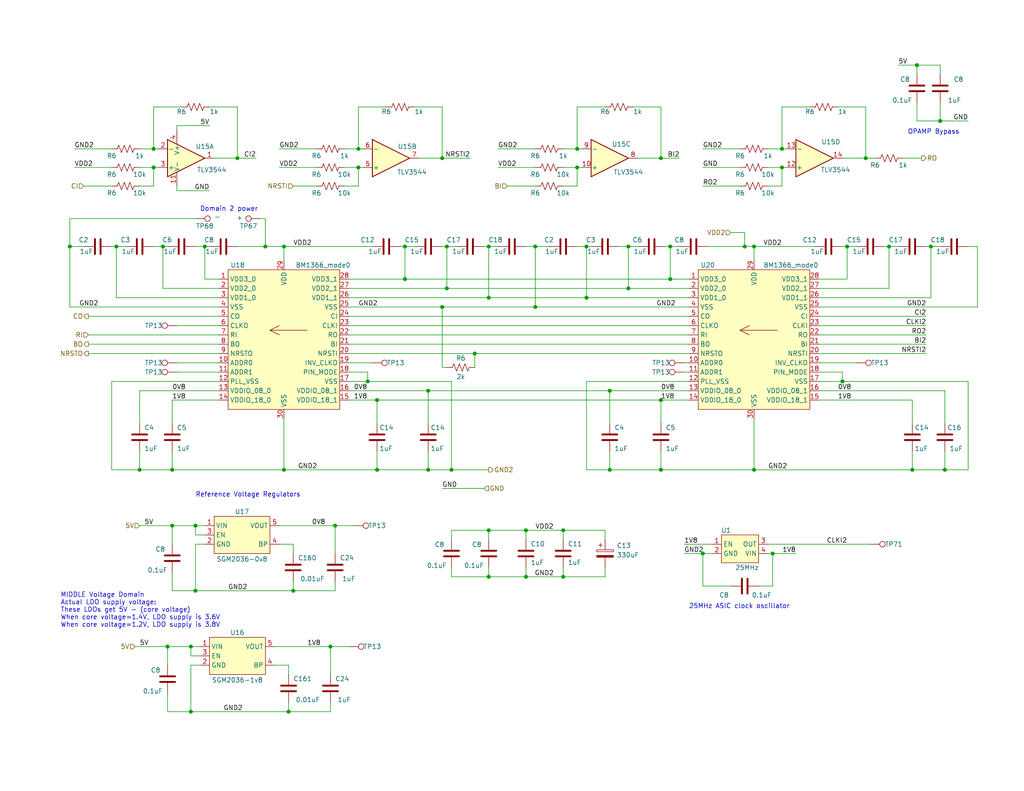
<source format=kicad_sch>
(kicad_sch (version 20231120) (generator "eeschema") (generator_version "8.0")
  (paper "A")
  (title_block (title "bitaxeHex") (date "2024-03-09") (rev "304"))
  (junction (at 41.91 45.72))
  (junction (at 52.07 176.53))
  (junction (at 91.44 143.51))
  (junction (at 153.67 157.48))
  (junction (at 203.2 67.31))
  (junction (at 157.48 40.64))
  (junction (at 213.36 45.72))
  (junction (at 80.01 161.29))
  (junction (at 100.33 104.14))
  (junction (at 46.99 143.51))
  (junction (at 146.05 67.31))
  (junction (at 143.51 157.48) (diameter 0.9144))
  (junction (at 53.34 143.51))
  (junction (at 120.65 83.82))
  (junction (at 41.91 40.64))
  (junction (at 90.17 176.53))
  (junction (at 129.54 96.52))
  (junction (at 123.19 128.27))
  (junction (at 55.88 67.31))
  (junction (at 133.35 157.48) (diameter 0.9144))
  (junction (at 231.14 67.31))
  (junction (at 254 67.31))
  (junction (at 248.92 128.27))
  (junction (at 229.87 104.14))
  (junction (at 171.45 78.74))
  (junction (at 19.05 67.31))
  (junction (at 77.47 67.31))
  (junction (at 133.35 81.28))
  (junction (at 180.34 43.18))
  (junction (at 121.92 78.74))
  (junction (at 180.34 128.27))
  (junction (at 46.99 128.27))
  (junction (at 153.67 144.78))
  (junction (at 146.05 83.82))
  (junction (at 45.72 176.53))
  (junction (at 53.34 161.29))
  (junction (at 116.84 106.68))
  (junction (at 72.39 67.31))
  (junction (at 160.02 81.28))
  (junction (at 102.87 128.27))
  (junction (at 31.75 67.31))
  (junction (at 256.54 33.02))
  (junction (at 38.1 128.27))
  (junction (at 182.88 67.31))
  (junction (at 78.74 194.31))
  (junction (at 160.02 67.31))
  (junction (at 236.22 43.18))
  (junction (at 44.45 67.31))
  (junction (at 166.37 106.68))
  (junction (at 64.77 43.18))
  (junction (at 97.79 45.72))
  (junction (at 97.79 40.64))
  (junction (at 102.87 109.22))
  (junction (at 116.84 128.27))
  (junction (at 213.36 40.64))
  (junction (at 205.74 128.27))
  (junction (at 110.49 76.2))
  (junction (at 250.19 17.78))
  (junction (at 242.57 67.31))
  (junction (at 120.65 43.18))
  (junction (at 257.81 128.27))
  (junction (at 52.07 194.31))
  (junction (at 191.77 151.13))
  (junction (at 77.47 128.27))
  (junction (at 205.74 67.31))
  (junction (at 171.45 67.31))
  (junction (at 210.82 151.13))
  (junction (at 110.49 67.31))
  (junction (at 133.35 67.31))
  (junction (at 166.37 128.27))
  (junction (at 180.34 109.22))
  (junction (at 133.35 144.78) (diameter 0.9144))
  (junction (at 157.48 45.72))
  (junction (at 121.92 67.31))
  (junction (at 182.88 76.2))
  (junction (at 143.51 144.78) (diameter 0.9144))
  (wire (pts (xy 186.69 99.06) (xy 187.96 99.06)))
  (wire (pts (xy 97.79 50.8) (xy 97.79 45.72)))
  (wire (pts (xy 171.45 78.74) (xy 171.45 67.31)))
  (wire (pts (xy 223.52 101.6) (xy 229.87 101.6)))
  (wire (pts (xy 223.52 81.28) (xy 254 81.28)))
  (wire (pts (xy 41.91 67.31) (xy 44.45 67.31)))
  (wire (pts (xy 213.36 29.21) (xy 220.98 29.21)))
  (wire (pts (xy 146.05 83.82) (xy 187.96 83.82)))
  (wire (pts (xy 95.25 86.36) (xy 187.96 86.36)))
  (wire (pts (xy 41.91 40.64) (xy 43.18 40.64)))
  (wire (pts (xy 186.69 148.59) (xy 194.31 148.59)))
  (wire (pts (xy 120.65 29.21) (xy 120.65 43.18)))
  (wire (pts (xy 129.54 96.52) (xy 129.54 100.33)))
  (wire (pts (xy 91.44 143.51) (xy 91.44 151.13)))
  (wire (pts (xy 246.38 43.18) (xy 251.46 43.18)))
  (wire (pts (xy 53.34 161.29) (xy 80.01 161.29)))
  (wire (pts (xy 213.36 40.64) (xy 214.63 40.64)))
  (wire (pts (xy 160.02 104.14) (xy 160.02 128.27)))
  (wire (pts (xy 121.92 78.74) (xy 121.92 67.31)))
  (wire (pts (xy 52.07 194.31) (xy 78.74 194.31)))
  (wire (pts (xy 102.87 109.22) (xy 180.34 109.22)))
  (wire (pts (xy 171.45 78.74) (xy 187.96 78.74)))
  (wire (pts (xy 30.48 128.27) (xy 38.1 128.27)))
  (wire (pts (xy 223.52 99.06) (xy 233.68 99.06)))
  (wire (pts (xy 207.01 160.02) (xy 210.82 160.02)))
  (wire (pts (xy 231.14 76.2) (xy 231.14 67.31)))
  (wire (pts (xy 97.79 29.21) (xy 105.41 29.21)))
  (wire (pts (xy 133.35 154.94) (xy 133.35 157.48)))
  (wire (pts (xy 110.49 76.2) (xy 182.88 76.2)))
  (wire (pts (xy 133.35 144.78) (xy 143.51 144.78)))
  (wire (pts (xy 116.84 128.27) (xy 123.19 128.27)))
  (wire (pts (xy 205.74 128.27) (xy 248.92 128.27)))
  (wire (pts (xy 213.36 29.21) (xy 213.36 40.64)))
  (wire (pts (xy 146.05 67.31) (xy 149.86 67.31)))
  (wire (pts (xy 54.61 181.61) (xy 52.07 181.61)))
  (wire (pts (xy 44.45 78.74) (xy 59.69 78.74)))
  (wire (pts (xy 31.75 81.28) (xy 31.75 67.31)))
  (wire (pts (xy 181.61 67.31) (xy 182.88 67.31)))
  (wire (pts (xy 135.89 45.72) (xy 146.05 45.72)))
  (wire (pts (xy 48.26 50.8) (xy 48.26 52.07)))
  (wire (pts (xy 123.19 147.32) (xy 123.19 144.78)))
  (wire (pts (xy 186.69 101.6) (xy 187.96 101.6)))
  (wire (pts (xy 186.69 151.13) (xy 191.77 151.13)))
  (wire (pts (xy 223.52 109.22) (xy 248.92 109.22)))
  (wire (pts (xy 223.52 78.74) (xy 242.57 78.74)))
  (wire (pts (xy 97.79 45.72) (xy 99.06 45.72)))
  (wire (pts (xy 182.88 76.2) (xy 187.96 76.2)))
  (wire (pts (xy 256.54 33.02) (xy 264.16 33.02)))
  (wire (pts (xy 64.77 29.21) (xy 64.77 43.18)))
  (wire (pts (xy 223.52 104.14) (xy 229.87 104.14)))
  (wire (pts (xy 250.19 33.02) (xy 256.54 33.02)))
  (wire (pts (xy 157.48 40.64) (xy 158.75 40.64)))
  (wire (pts (xy 133.35 157.48) (xy 123.19 157.48)))
  (wire (pts (xy 90.17 176.53) (xy 90.17 184.15)))
  (wire (pts (xy 52.07 179.07) (xy 52.07 176.53)))
  (wire (pts (xy 123.19 128.27) (xy 133.35 128.27)))
  (wire (pts (xy 168.91 67.31) (xy 171.45 67.31)))
  (wire (pts (xy 157.48 67.31) (xy 160.02 67.31)))
  (wire (pts (xy 222.25 67.31) (xy 205.74 67.31)))
  (wire (pts (xy 91.44 158.75) (xy 91.44 161.29)))
  (wire (pts (xy 123.19 154.94) (xy 123.19 157.48)))
  (wire (pts (xy 59.69 83.82) (xy 19.05 83.82)))
  (wire (pts (xy 38.1 106.68) (xy 38.1 115.57)))
  (wire (pts (xy 41.91 50.8) (xy 41.91 45.72)))
  (wire (pts (xy 123.19 104.14) (xy 123.19 128.27)))
  (wire (pts (xy 209.55 45.72) (xy 213.36 45.72)))
  (wire (pts (xy 250.19 17.78) (xy 256.54 17.78)))
  (wire (pts (xy 55.88 76.2) (xy 59.69 76.2)))
  (wire (pts (xy 133.35 147.32) (xy 133.35 144.78)))
  (wire (pts (xy 80.01 161.29) (xy 80.01 158.75)))
  (wire (pts (xy 205.74 67.31) (xy 205.74 71.12)))
  (wire (pts (xy 143.51 144.78) (xy 153.67 144.78)))
  (wire (pts (xy 77.47 67.31) (xy 77.47 71.12)))
  (wire (pts (xy 191.77 151.13) (xy 194.31 151.13)))
  (wire (pts (xy 95.25 88.9) (xy 187.96 88.9)))
  (wire (pts (xy 180.34 123.19) (xy 180.34 128.27)))
  (wire (pts (xy 223.52 88.9) (xy 252.73 88.9)))
  (wire (pts (xy 54.61 179.07) (xy 52.07 179.07)))
  (wire (pts (xy 53.34 143.51) (xy 55.88 143.51)))
  (wire (pts (xy 254 67.31) (xy 256.54 67.31)))
  (wire (pts (xy 153.67 147.32) (xy 153.67 144.78)))
  (wire (pts (xy 95.25 91.44) (xy 187.96 91.44)))
  (wire (pts (xy 19.05 67.31) (xy 22.86 67.31)))
  (wire (pts (xy 256.54 27.94) (xy 256.54 33.02)))
  (wire (pts (xy 95.25 104.14) (xy 100.33 104.14)))
  (wire (pts (xy 101.6 67.31) (xy 77.47 67.31)))
  (wire (pts (xy 133.35 81.28) (xy 160.02 81.28)))
  (wire (pts (xy 41.91 45.72) (xy 43.18 45.72)))
  (wire (pts (xy 210.82 151.13) (xy 217.17 151.13)))
  (wire (pts (xy 165.1 154.94) (xy 165.1 157.48)))
  (wire (pts (xy 146.05 83.82) (xy 146.05 67.31)))
  (wire (pts (xy 38.1 106.68) (xy 59.69 106.68)))
  (wire (pts (xy 46.99 143.51) (xy 53.34 143.51)))
  (wire (pts (xy 38.1 143.51) (xy 46.99 143.51)))
  (wire (pts (xy 138.43 50.8) (xy 146.05 50.8)))
  (wire (pts (xy 31.75 67.31) (xy 34.29 67.31)))
  (wire (pts (xy 38.1 128.27) (xy 46.99 128.27)))
  (wire (pts (xy 191.77 40.64) (xy 201.93 40.64)))
  (wire (pts (xy 53.34 67.31) (xy 55.88 67.31)))
  (wire (pts (xy 199.39 160.02) (xy 191.77 160.02)))
  (wire (pts (xy 109.22 67.31) (xy 110.49 67.31)))
  (wire (pts (xy 242.57 78.74) (xy 242.57 67.31)))
  (wire (pts (xy 120.65 43.18) (xy 114.3 43.18)))
  (wire (pts (xy 191.77 45.72) (xy 201.93 45.72)))
  (wire (pts (xy 116.84 106.68) (xy 116.84 115.57)))
  (wire (pts (xy 160.02 81.28) (xy 187.96 81.28)))
  (wire (pts (xy 48.26 52.07) (xy 57.15 52.07)))
  (wire (pts (xy 48.26 88.9) (xy 59.69 88.9)))
  (wire (pts (xy 76.2 148.59) (xy 80.01 148.59)))
  (wire (pts (xy 38.1 50.8) (xy 41.91 50.8)))
  (wire (pts (xy 123.19 144.78) (xy 133.35 144.78)))
  (wire (pts (xy 241.3 67.31) (xy 242.57 67.31)))
  (wire (pts (xy 46.99 161.29) (xy 53.34 161.29)))
  (wire (pts (xy 46.99 123.19) (xy 46.99 128.27)))
  (wire (pts (xy 257.81 128.27) (xy 257.81 123.19)))
  (wire (pts (xy 20.32 40.64) (xy 30.48 40.64)))
  (wire (pts (xy 95.25 93.98) (xy 187.96 93.98)))
  (wire (pts (xy 223.52 91.44) (xy 252.73 91.44)))
  (wire (pts (xy 38.1 40.64) (xy 41.91 40.64)))
  (wire (pts (xy 257.81 106.68) (xy 257.81 115.57)))
  (wire (pts (xy 95.25 96.52) (xy 129.54 96.52)))
  (wire (pts (xy 248.92 109.22) (xy 248.92 115.57)))
  (wire (pts (xy 248.92 123.19) (xy 248.92 128.27)))
  (wire (pts (xy 55.88 146.05) (xy 53.34 146.05)))
  (wire (pts (xy 113.03 29.21) (xy 120.65 29.21)))
  (wire (pts (xy 143.51 154.94) (xy 143.51 157.48)))
  (wire (pts (xy 203.2 63.5) (xy 203.2 67.31)))
  (wire (pts (xy 31.75 81.28) (xy 59.69 81.28)))
  (wire (pts (xy 64.77 67.31) (xy 72.39 67.31)))
  (wire (pts (xy 229.87 67.31) (xy 231.14 67.31)))
  (wire (pts (xy 95.25 83.82) (xy 120.65 83.82)))
  (wire (pts (xy 153.67 40.64) (xy 157.48 40.64)))
  (wire (pts (xy 30.48 67.31) (xy 31.75 67.31)))
  (wire (pts (xy 120.65 43.18) (xy 128.27 43.18)))
  (wire (pts (xy 48.26 99.06) (xy 59.69 99.06)))
  (wire (pts (xy 38.1 45.72) (xy 41.91 45.72)))
  (wire (pts (xy 209.55 50.8) (xy 213.36 50.8)))
  (wire (pts (xy 180.34 29.21) (xy 180.34 43.18)))
  (wire (pts (xy 78.74 181.61) (xy 78.74 184.15)))
  (wire (pts (xy 76.2 143.51) (xy 91.44 143.51)))
  (wire (pts (xy 72.39 67.31) (xy 77.47 67.31)))
  (wire (pts (xy 182.88 67.31) (xy 185.42 67.31)))
  (wire (pts (xy 193.04 67.31) (xy 203.2 67.31)))
  (wire (pts (xy 121.92 67.31) (xy 124.46 67.31)))
  (wire (pts (xy 24.13 86.36) (xy 59.69 86.36)))
  (wire (pts (xy 100.33 104.14) (xy 123.19 104.14)))
  (wire (pts (xy 160.02 81.28) (xy 160.02 67.31)))
  (wire (pts (xy 153.67 50.8) (xy 157.48 50.8)))
  (wire (pts (xy 133.35 67.31) (xy 135.89 67.31)))
  (wire (pts (xy 266.7 83.82) (xy 266.7 67.31)))
  (wire (pts (xy 153.67 45.72) (xy 157.48 45.72)))
  (wire (pts (xy 102.87 128.27) (xy 116.84 128.27)))
  (wire (pts (xy 19.05 59.69) (xy 53.34 59.69)))
  (wire (pts (xy 120.65 83.82) (xy 146.05 83.82)))
  (wire (pts (xy 250.19 27.94) (xy 250.19 33.02)))
  (wire (pts (xy 95.25 101.6) (xy 100.33 101.6)))
  (wire (pts (xy 157.48 29.21) (xy 157.48 40.64)))
  (wire (pts (xy 95.25 99.06) (xy 101.6 99.06)))
  (wire (pts (xy 199.39 63.5) (xy 203.2 63.5)))
  (wire (pts (xy 166.37 128.27) (xy 166.37 123.19)))
  (wire (pts (xy 91.44 143.51) (xy 96.52 143.51)))
  (wire (pts (xy 116.84 106.68) (xy 166.37 106.68)))
  (wire (pts (xy 209.55 151.13) (xy 210.82 151.13)))
  (wire (pts (xy 95.25 81.28) (xy 133.35 81.28)))
  (wire (pts (xy 24.13 96.52) (xy 59.69 96.52)))
  (wire (pts (xy 77.47 114.3) (xy 77.47 128.27)))
  (wire (pts (xy 19.05 83.82) (xy 19.05 67.31)))
  (wire (pts (xy 160.02 104.14) (xy 187.96 104.14)))
  (wire (pts (xy 30.48 104.14) (xy 59.69 104.14)))
  (wire (pts (xy 46.99 109.22) (xy 59.69 109.22)))
  (wire (pts (xy 229.87 43.18) (xy 236.22 43.18)))
  (wire (pts (xy 135.89 40.64) (xy 146.05 40.64)))
  (wire (pts (xy 90.17 191.77) (xy 90.17 194.31)))
  (wire (pts (xy 231.14 67.31) (xy 233.68 67.31)))
  (wire (pts (xy 45.72 194.31) (xy 52.07 194.31)))
  (wire (pts (xy 55.88 67.31) (xy 55.88 76.2)))
  (wire (pts (xy 166.37 106.68) (xy 166.37 115.57)))
  (wire (pts (xy 80.01 50.8) (xy 86.36 50.8)))
  (wire (pts (xy 97.79 40.64) (xy 99.06 40.64)))
  (wire (pts (xy 203.2 67.31) (xy 205.74 67.31)))
  (wire (pts (xy 165.1 147.32) (xy 165.1 144.78)))
  (wire (pts (xy 46.99 128.27) (xy 77.47 128.27)))
  (wire (pts (xy 180.34 109.22) (xy 187.96 109.22)))
  (wire (pts (xy 52.07 176.53) (xy 54.61 176.53)))
  (wire (pts (xy 264.16 104.14) (xy 264.16 128.27)))
  (wire (pts (xy 157.48 29.21) (xy 165.1 29.21)))
  (wire (pts (xy 44.45 78.74) (xy 44.45 67.31)))
  (wire (pts (xy 120.65 67.31) (xy 121.92 67.31)))
  (wire (pts (xy 76.2 40.64) (xy 86.36 40.64)))
  (wire (pts (xy 110.49 76.2) (xy 110.49 67.31)))
  (wire (pts (xy 223.52 96.52) (xy 252.73 96.52)))
  (wire (pts (xy 48.26 35.56) (xy 48.26 34.29)))
  (wire (pts (xy 95.25 76.2) (xy 110.49 76.2)))
  (wire (pts (xy 223.52 83.82) (xy 266.7 83.82)))
  (wire (pts (xy 223.52 106.68) (xy 257.81 106.68)))
  (wire (pts (xy 245.11 17.78) (xy 250.19 17.78)))
  (wire (pts (xy 242.57 67.31) (xy 245.11 67.31)))
  (wire (pts (xy 153.67 154.94) (xy 153.67 157.48)))
  (wire (pts (xy 19.05 67.31) (xy 19.05 59.69)))
  (wire (pts (xy 209.55 148.59) (xy 237.49 148.59)))
  (wire (pts (xy 132.08 67.31) (xy 133.35 67.31)))
  (wire (pts (xy 74.93 181.61) (xy 78.74 181.61)))
  (wire (pts (xy 264.16 128.27) (xy 257.81 128.27)))
  (wire (pts (xy 102.87 109.22) (xy 102.87 115.57)))
  (wire (pts (xy 52.07 181.61) (xy 52.07 194.31)))
  (wire (pts (xy 76.2 45.72) (xy 86.36 45.72)))
  (wire (pts (xy 254 81.28) (xy 254 67.31)))
  (wire (pts (xy 210.82 160.02) (xy 210.82 151.13)))
  (wire (pts (xy 116.84 128.27) (xy 116.84 123.19)))
  (wire (pts (xy 20.32 45.72) (xy 30.48 45.72)))
  (wire (pts (xy 191.77 50.8) (xy 201.93 50.8)))
  (wire (pts (xy 157.48 50.8) (xy 157.48 45.72)))
  (wire (pts (xy 41.91 29.21) (xy 49.53 29.21)))
  (wire (pts (xy 252.73 67.31) (xy 254 67.31)))
  (wire (pts (xy 102.87 123.19) (xy 102.87 128.27)))
  (wire (pts (xy 256.54 20.32) (xy 256.54 17.78)))
  (wire (pts (xy 133.35 81.28) (xy 133.35 67.31)))
  (wire (pts (xy 180.34 109.22) (xy 180.34 115.57)))
  (wire (pts (xy 95.25 109.22) (xy 102.87 109.22)))
  (wire (pts (xy 53.34 148.59) (xy 53.34 161.29)))
  (wire (pts (xy 223.52 86.36) (xy 252.73 86.36)))
  (wire (pts (xy 97.79 29.21) (xy 97.79 40.64)))
  (wire (pts (xy 180.34 128.27) (xy 205.74 128.27)))
  (wire (pts (xy 236.22 29.21) (xy 236.22 43.18)))
  (wire (pts (xy 166.37 106.68) (xy 187.96 106.68)))
  (wire (pts (xy 93.98 45.72) (xy 97.79 45.72)))
  (wire (pts (xy 78.74 194.31) (xy 90.17 194.31)))
  (wire (pts (xy 160.02 128.27) (xy 166.37 128.27)))
  (wire (pts (xy 64.77 43.18) (xy 58.42 43.18)))
  (wire (pts (xy 213.36 45.72) (xy 214.63 45.72)))
  (wire (pts (xy 46.99 156.21) (xy 46.99 161.29)))
  (wire (pts (xy 166.37 128.27) (xy 180.34 128.27)))
  (wire (pts (xy 45.72 189.23) (xy 45.72 194.31)))
  (wire (pts (xy 129.54 96.52) (xy 187.96 96.52)))
  (wire (pts (xy 48.26 101.6) (xy 59.69 101.6)))
  (wire (pts (xy 153.67 157.48) (xy 165.1 157.48)))
  (wire (pts (xy 24.13 91.44) (xy 59.69 91.44)))
  (wire (pts (xy 157.48 45.72) (xy 158.75 45.72)))
  (wire (pts (xy 229.87 101.6) (xy 229.87 104.14)))
  (wire (pts (xy 205.74 114.3) (xy 205.74 128.27)))
  (wire (pts (xy 90.17 176.53) (xy 95.25 176.53)))
  (wire (pts (xy 93.98 40.64) (xy 97.79 40.64)))
  (wire (pts (xy 180.34 43.18) (xy 185.42 43.18)))
  (wire (pts (xy 45.72 176.53) (xy 45.72 181.61)))
  (wire (pts (xy 133.35 157.48) (xy 143.51 157.48)))
  (wire (pts (xy 71.12 59.69) (xy 72.39 59.69)))
  (wire (pts (xy 30.48 128.27) (xy 30.48 104.14)))
  (wire (pts (xy 153.67 144.78) (xy 165.1 144.78)))
  (wire (pts (xy 229.87 104.14) (xy 264.16 104.14)))
  (wire (pts (xy 160.02 67.31) (xy 161.29 67.31)))
  (wire (pts (xy 228.6 29.21) (xy 236.22 29.21)))
  (wire (pts (xy 182.88 67.31) (xy 182.88 76.2)))
  (wire (pts (xy 36.83 176.53) (xy 45.72 176.53)))
  (wire (pts (xy 80.01 161.29) (xy 91.44 161.29)))
  (wire (pts (xy 72.39 59.69) (xy 72.39 67.31)))
  (wire (pts (xy 209.55 40.64) (xy 213.36 40.64)))
  (wire (pts (xy 121.92 100.33) (xy 120.65 100.33)))
  (wire (pts (xy 110.49 67.31) (xy 113.03 67.31)))
  (wire (pts (xy 100.33 101.6) (xy 100.33 104.14)))
  (wire (pts (xy 236.22 43.18) (xy 238.76 43.18)))
  (wire (pts (xy 153.67 157.48) (xy 143.51 157.48)))
  (wire (pts (xy 191.77 160.02) (xy 191.77 151.13)))
  (wire (pts (xy 64.77 43.18) (xy 69.85 43.18)))
  (wire (pts (xy 266.7 67.31) (xy 264.16 67.31)))
  (wire (pts (xy 74.93 176.53) (xy 90.17 176.53)))
  (wire (pts (xy 93.98 50.8) (xy 97.79 50.8)))
  (wire (pts (xy 48.26 34.29) (xy 57.15 34.29)))
  (wire (pts (xy 248.92 128.27) (xy 257.81 128.27)))
  (wire (pts (xy 250.19 17.78) (xy 250.19 20.32)))
  (wire (pts (xy 223.52 93.98) (xy 252.73 93.98)))
  (wire (pts (xy 95.25 106.68) (xy 116.84 106.68)))
  (wire (pts (xy 120.65 100.33) (xy 120.65 83.82)))
  (wire (pts (xy 55.88 148.59) (xy 53.34 148.59)))
  (wire (pts (xy 80.01 148.59) (xy 80.01 151.13)))
  (wire (pts (xy 77.47 128.27) (xy 102.87 128.27)))
  (wire (pts (xy 46.99 109.22) (xy 46.99 115.57)))
  (wire (pts (xy 57.15 29.21) (xy 64.77 29.21)))
  (wire (pts (xy 223.52 76.2) (xy 231.14 76.2)))
  (wire (pts (xy 22.86 50.8) (xy 30.48 50.8)))
  (wire (pts (xy 55.88 67.31) (xy 57.15 67.31)))
  (wire (pts (xy 46.99 143.51) (xy 46.99 148.59)))
  (wire (pts (xy 121.92 78.74) (xy 171.45 78.74)))
  (wire (pts (xy 143.51 147.32) (xy 143.51 144.78)))
  (wire (pts (xy 180.34 43.18) (xy 173.99 43.18)))
  (wire (pts (xy 44.45 67.31) (xy 45.72 67.31)))
  (wire (pts (xy 78.74 194.31) (xy 78.74 191.77)))
  (wire (pts (xy 53.34 146.05) (xy 53.34 143.51)))
  (wire (pts (xy 41.91 29.21) (xy 41.91 40.64)))
  (wire (pts (xy 95.25 78.74) (xy 121.92 78.74)))
  (wire (pts (xy 120.65 133.35) (xy 132.08 133.35)))
  (wire (pts (xy 171.45 67.31) (xy 173.99 67.31)))
  (wire (pts (xy 146.05 67.31) (xy 143.51 67.31)))
  (wire (pts (xy 24.13 93.98) (xy 59.69 93.98)))
  (wire (pts (xy 213.36 50.8) (xy 213.36 45.72)))
  (wire (pts (xy 38.1 123.19) (xy 38.1 128.27)))
  (wire (pts (xy 172.72 29.21) (xy 180.34 29.21)))
  (wire (pts (xy 45.72 176.53) (xy 52.07 176.53)))
  (text "Domain 2 power" (at 62.484 57.15 0) (effects (font (size 1.27 1.27))))
  (text "MIDDLE Voltage Domain\nActual LDO supply voltage:\nThese LDOs get 5V - (core voltage)\nWhen core voltage=1.4V, LDO supply is 3.6V\nWhen core voltage=1.2V, LDO supply is 3.8V " (at 16.51 171.45 0) (effects (font (size 1.27 1.27)) (justify left bottom)))
  (text "Reference Voltage Regulators" (at 53.34 135.89 0) (effects (font (size 1.27 1.27)) (justify left bottom)))
  (text "25MHz ASIC clock oscillator" (at 187.96 166.37 0) (effects (font (size 1.27 1.27)) (justify left bottom)))
  (text "OPAMP Bypass" (at 247.65 36.83 0) (effects (font (size 1.27 1.27)) (justify left bottom)))
  (label "BI2" (at 185.42 43.18 180))
  (label "GND2" (at 186.69 151.13 0))
  (label "VDD2" (at 135.89 45.72 0))
  (label "RO2" (at 252.73 91.44 180))
  (label "VDD2" (at 80.01 67.31 0))
  (label "VDD2" (at 76.2 45.72 0))
  (label "NRSTI2" (at 252.73 96.52 180))
  (label "VDD2" (at 20.32 45.72 0))
  (label "GND2" (at 60.96 194.31 0))
  (label "0V8" (at 96.52 106.68 0))
  (label "0V8" (at 85.09 143.51 0))
  (label "1V8" (at 96.52 109.22 0))
  (label "5V" (at 38.1 176.53 0))
  (label "5V" (at 245.11 17.78 0))
  (label "GND2" (at 151.13 157.48 180))
  (label "CI2" (at 69.85 43.18 180))
  (label "1V8" (at 83.82 176.53 0))
  (label "NRSTI2" (at 128.27 43.18 180))
  (label "VDD2" (at 208.28 67.31 0))
  (label "5V" (at 39.37 143.51 0))
  (label "GND2" (at 21.59 83.82 0))
  (label "CLKI2" (at 252.73 88.9 180))
  (label "GND2" (at 135.89 40.64 0))
  (label "1V8" (at 217.17 151.13 180))
  (label "BI2" (at 252.73 93.98 180))
  (label "GND2" (at 76.2 40.64 0))
  (label "GND2" (at 179.07 83.82 0))
  (label "RO2" (at 191.77 50.8 0))
  (label "1V8" (at 186.69 148.59 0))
  (label "0V8" (at 180.34 106.68 0))
  (label "1V8" (at 228.6 109.22 0))
  (label "GND" (at 57.15 52.07 180))
  (label "0V8" (at 228.6 106.68 0))
  (label "1V8" (at 46.99 109.22 0))
  (label "5V" (at 57.15 34.29 180))
  (label "GND2" (at 20.32 40.64 0))
  (label "VDD2" (at 146.05 144.78 0))
  (label "GND" (at 120.65 133.35 0))
  (label "GND2" (at 209.55 128.27 0))
  (label "GND2" (at 252.73 83.82 180))
  (label "GND2" (at 191.77 40.64 0))
  (label "GND" (at 264.16 33.02 180))
  (label "GND2" (at 62.23 161.29 0))
  (label "1V8" (at 180.34 109.22 0))
  (label "GND" (at 191.77 45.72 0))
  (label "0V8" (at 46.99 106.68 0))
  (label "CLKI2" (at 231.14 148.59 180))
  (label "CI2" (at 252.73 86.36 180))
  (label "GND2" (at 97.79 83.82 0))
  (label "GND2" (at 81.28 128.27 0))
  (hierarchical_label "RO" (shape output) (at 251.46 43.18 0))
  (hierarchical_label "GND" (shape input) (at 132.08 133.35 0))
  (hierarchical_label "5V" (shape input) (at 36.83 176.53 180))
  (hierarchical_label "VDD2" (shape input) (at 199.39 63.5 180))
  (hierarchical_label "BO" (shape output) (at 24.13 93.98 180))
  (hierarchical_label "NRSTI" (shape input) (at 80.01 50.8 180))
  (hierarchical_label "NRSTO" (shape output) (at 24.13 96.52 180))
  (hierarchical_label "CO" (shape output) (at 24.13 86.36 180))
  (hierarchical_label "CI" (shape input) (at 22.86 50.8 180))
  (hierarchical_label "GND2" (shape output) (at 133.35 128.27 0))
  (hierarchical_label "5V" (shape input) (at 38.1 143.51 180))
  (hierarchical_label "BI" (shape input) (at 138.43 50.8 180))
  (hierarchical_label "RI" (shape input) (at 24.13 91.44 180))
  (symbol (lib_id "Device:R_US") (at 125.73 100.33 90) (unit 1)
    (property "Reference" "R6" (at 125.73 97.79 90))
    (property "Value" "2k" (at 125.73 102.87 90))
    (property "Footprint" "Resistor_SMD:R_0402_1005Metric" (effects (hide yes)))
    (property "DK" "YAG2303CT-ND" (effects (hide yes)))
    (property "PARTNO" "RT0402BRD072KL" (effects (hide yes)))
  )
  (symbol (lib_id "Device:C") (at 102.87 119.38 0) (unit 1)
    (property "Reference" "C14" (at 103.505 117.475 0) (effects (justify left bottom)))
    (property "Value" "1uF" (at 103.505 123.19 0) (effects (justify left bottom)))
    (property "Footprint" "Capacitor_SMD:C_0402_1005Metric" (effects (hide yes)))
    (property "DK" "587-5514-1-ND" (effects (hide yes)))
    (property "PARTNO" "EMK105BJ105MV-F" (effects (hide yes)))
  )
  (symbol (lib_id "Device:C") (at 46.99 152.4 180) (unit 1)
    (property "Reference" "C8" (at 45.085 149.225 0) (effects (justify left bottom)))
    (property "Value" "0.1uF" (at 45.72 154.94 0) (effects (justify left bottom)))
    (property "Footprint" "Capacitor_SMD:C_0402_1005Metric" (effects (hide yes)))
    (property "DK" "478-KGM05AR71C104KHCT-ND" (effects (hide yes)))
    (property "PARTNO" "KGM05AR71C104KH" (effects (hide yes)))
  )
  (symbol (lib_id "Device:C") (at 133.35 151.13 180) (unit 1)
    (property "Reference" "C8" (at 131.445 147.955 0) (effects (justify left bottom)))
    (property "Value" "0.1uF" (at 132.08 153.67 0) (effects (justify left bottom)))
    (property "Footprint" "Capacitor_SMD:C_0402_1005Metric" (effects (hide yes)))
    (property "DK" "478-KGM05AR71C104KHCT-ND" (effects (hide yes)))
    (property "PARTNO" "KGM05AR71C104KH" (effects (hide yes)))
  )
  (symbol (lib_id "Connector:TestPoint") (at 48.26 99.06 90) (mirror x) (unit 1) (in_bom no)
    (property "Reference" "TP13" (at 41.91 99.06 90))
    (property "Value" "TestPoint" (effects (hide yes)))
    (property "Footprint" "TestPoint:TestPoint_Pad_D1.0mm" (effects (hide yes)))
  )
  (symbol (lib_id "Device:C") (at 60.96 67.31 90) (unit 1)
    (property "Reference" "C8" (at 58.42 64.77 90) (effects (justify left bottom)))
    (property "Value" "1uF" (at 59.69 67.945 90) (effects (justify left bottom)))
    (property "Footprint" "Capacitor_SMD:C_0402_1005Metric" (effects (hide yes)))
    (property "DK" "587-5514-1-ND" (effects (hide yes)))
    (property "PARTNO" "EMK105BJ105MV-F" (effects (hide yes)))
  )
  (symbol (lib_id "Device:R_US") (at 205.74 45.72 90) (unit 1)
    (property "Reference" "R6" (at 201.93 47.625 90))
    (property "Value" "10k" (at 209.55 47.625 90))
    (property "Footprint" "Resistor_SMD:R_0402_1005Metric" (effects (hide yes)))
    (property "DK" "311-10KJRCT-ND" (effects (hide yes)))
    (property "PARTNO" "RC0402JR-0710KL" (effects (hide yes)))
  )
  (symbol (lib_id "Connector:TestPoint") (at 233.68 99.06 270) (mirror x) (unit 1) (in_bom no)
    (property "Reference" "TP13" (at 240.03 99.06 90))
    (property "Value" "TestPoint" (effects (hide yes)))
    (property "Footprint" "TestPoint:TestPoint_Pad_D1.0mm" (effects (hide yes)))
  )
  (symbol (lib_id "Device:C") (at 116.84 67.31 90) (unit 1)
    (property "Reference" "C15" (at 114.3 64.77 90) (effects (justify left bottom)))
    (property "Value" "1uF" (at 115.57 67.945 90) (effects (justify left bottom)))
    (property "Footprint" "Capacitor_SMD:C_0402_1005Metric" (effects (hide yes)))
    (property "DK" "587-5514-1-ND" (effects (hide yes)))
    (property "PARTNO" "EMK105BJ105MV-F" (effects (hide yes)))
  )
  (symbol (lib_id "Connector:TestPoint") (at 48.26 88.9 90) (mirror x) (unit 1) (in_bom no)
    (property "Reference" "TP13" (at 41.91 88.9 90))
    (property "Value" "TestPoint" (effects (hide yes)))
    (property "Footprint" "TestPoint:TestPoint_Pad_D1.0mm" (effects (hide yes)))
  )
  (symbol (lib_id "Device:C") (at 250.19 24.13 180) (unit 1)
    (property "Reference" "C8" (at 248.285 20.955 0) (effects (justify left bottom)))
    (property "Value" "0.1uF" (at 248.92 26.67 0) (effects (justify left bottom)))
    (property "Footprint" "Capacitor_SMD:C_0402_1005Metric" (effects (hide yes)))
    (property "DK" "478-KGM05AR71C104KHCT-ND" (effects (hide yes)))
    (property "PARTNO" "KGM05AR71C104KH" (effects (hide yes)))
  )
  (symbol (lib_id "Device:C") (at 139.7 67.31 90) (unit 1)
    (property "Reference" "C18" (at 137.16 64.77 90) (effects (justify left bottom)))
    (property "Value" "1uF" (at 138.43 67.945 90) (effects (justify left bottom)))
    (property "Footprint" "Capacitor_SMD:C_0402_1005Metric" (effects (hide yes)))
    (property "DK" "587-5514-1-ND" (effects (hide yes)))
    (property "PARTNO" "EMK105BJ105MV-F" (effects (hide yes)))
  )
  (symbol (lib_id "Connector:TestPoint") (at 53.34 59.69 270) (mirror x) (unit 1) (in_bom no)
    (property "Reference" "TP68" (at 55.88 61.722 90))
    (property "Value" "-" (at 58.42 59.182 90) (effects (justify left)))
    (property "Footprint" "TestPoint:TestPoint_Pad_D1.5mm" (effects (hide yes)))
  )
  (symbol (lib_name "BM1366_mode0_1") (lib_id "bitaxe:BM1366_mode0") (at 77.47 93.98 0) (unit 1)
    (property "Reference" "U18" (at 62.865 72.39 0) (effects (justify left)))
    (property "Value" "BM1366_mode0" (at 80.645 72.39 0) (effects (justify left)))
    (property "Footprint" "bitaxe:BM1366" (effects (hide yes)))
  )
  (symbol (lib_id "Device:C") (at 256.54 24.13 180) (unit 1)
    (property "Reference" "C8" (at 262.89 20.955 0) (effects (justify left bottom)))
    (property "Value" "1uF" (at 262.255 26.67 0) (effects (justify left bottom)))
    (property "Footprint" "Capacitor_SMD:C_0402_1005Metric" (effects (hide yes)))
    (property "DK" "587-5514-1-ND" (effects (hide yes)))
    (property "PARTNO" "EMK105BJ105MV-F" (effects (hide yes)))
  )
  (symbol (lib_id "Device:C") (at 260.35 67.31 90) (unit 1)
    (property "Reference" "C18" (at 257.81 64.77 90) (effects (justify left bottom)))
    (property "Value" "1uF" (at 259.08 67.945 90) (effects (justify left bottom)))
    (property "Footprint" "Capacitor_SMD:C_0402_1005Metric" (effects (hide yes)))
    (property "DK" "587-5514-1-ND" (effects (hide yes)))
    (property "PARTNO" "EMK105BJ105MV-F" (effects (hide yes)))
  )
  (symbol (lib_id "bitaxe:oscillator") (at 201.93 149.86 0) (unit 1)
    (property "Reference" "U1" (at 198.12 144.78 0))
    (property "Value" "25MHz" (at 203.835 154.94 0))
    (property "Footprint" "bitaxe:O 25,0-JO32-B-1V3-1-T1-LF" (effects (hide yes)))
    (property "Datasheet" "https://www.jauch.com/downloadfile/5ef1edcfb8e2f73163c8ce8009ef659d1/jo32-1.8-3.3v.pdf" (effects (hide yes)))
    (property "DK" "1908-O250-JO32-B-1V3-1-T1-LFCT-ND" (effects (hide yes)))
    (property "PARTNO" "O 25,0-JO32-B-1V3-1-T1-LF" (effects (hide yes)))
  )
  (symbol (lib_id "Connector:TestPoint") (at 237.49 148.59 270) (mirror x) (unit 1) (in_bom no)
    (property "Reference" "TP71" (at 243.84 148.59 90))
    (property "Value" "TestPoint" (effects (hide yes)))
    (property "Footprint" "bitaxe:TestPoint_Pad_D1.0mm_highlight" (effects (hide yes)))
  )
  (symbol (lib_id "Device:C") (at 105.41 67.31 90) (unit 1)
    (property "Reference" "C12" (at 102.235 64.77 90) (effects (justify left bottom)))
    (property "Value" "1uF" (at 104.14 67.945 90) (effects (justify left bottom)))
    (property "Footprint" "Capacitor_SMD:C_0402_1005Metric" (effects (hide yes)))
    (property "DK" "587-5514-1-ND" (effects (hide yes)))
    (property "PARTNO" "EMK105BJ105MV-F" (effects (hide yes)))
  )
  (symbol (lib_id "Connector:TestPoint") (at 95.25 176.53 270) (mirror x) (unit 1) (in_bom no)
    (property "Reference" "TP13" (at 101.6 176.53 90))
    (property "Value" "TestPoint" (effects (hide yes)))
    (property "Footprint" "bitaxe:TestPoint_Pad_D1.0mm_highlight" (effects (hide yes)))
  )
  (symbol (lib_name "SGM2036_1") (lib_id "bitaxe:SGM2036") (at 66.04 144.78 0) (unit 1)
    (property "Reference" "U17" (at 66.04 139.7 0))
    (property "Value" "SGM2036-0v8" (at 66.04 152.654 0))
    (property "Footprint" "Package_TO_SOT_SMD:TSOT-23-5" (effects (hide yes)))
    (property "Datasheet" "https://static6.arrow.com/aropdfconversion/c665185286864b6f9a6bd991d86221e9e2ef3156/1640074291.pdf" (effects (hide yes)))
    (property "Description" "Fixed LDO 0.8V" (effects (hide yes)))
    (property "PARTNUM" "SGM2036-0.8YN5G/TR" (effects (hide yes)))
  )
  (symbol (lib_id "Connector:TestPoint") (at 186.69 99.06 90) (mirror x) (unit 1) (in_bom no)
    (property "Reference" "TP13" (at 180.34 99.06 90))
    (property "Value" "TestPoint" (effects (hide yes)))
    (property "Footprint" "TestPoint:TestPoint_Pad_D1.0mm" (effects (hide yes)))
  )
  (symbol (lib_id "Device:R_US") (at 90.17 45.72 90) (unit 1)
    (property "Reference" "R6" (at 86.36 47.625 90))
    (property "Value" "10k" (at 93.98 47.625 90))
    (property "Footprint" "Resistor_SMD:R_0402_1005Metric" (effects (hide yes)))
    (property "DK" "311-10KJRCT-ND" (effects (hide yes)))
    (property "PARTNO" "RC0402JR-0710KL" (effects (hide yes)))
  )
  (symbol (lib_id "Device:C") (at 203.2 160.02 270) (unit 1)
    (property "Reference" "C8" (at 196.215 163.195 90) (effects (justify left bottom)))
    (property "Value" "0.1uF" (at 205.105 163.195 90) (effects (justify left bottom)))
    (property "Footprint" "Capacitor_SMD:C_0402_1005Metric" (effects (hide yes)))
    (property "DK" "478-KGM05AR71C104KHCT-ND" (effects (hide yes)))
    (property "PARTNO" "KGM05AR71C104KH" (effects (hide yes)))
  )
  (symbol (lib_id "Device:R_US") (at 34.29 45.72 270) (unit 1)
    (property "Reference" "R6" (at 30.48 47.625 90))
    (property "Value" "10k" (at 38.1 47.625 90))
    (property "Footprint" "Resistor_SMD:R_0402_1005Metric" (effects (hide yes)))
    (property "DK" "311-10KJRCT-ND" (effects (hide yes)))
    (property "PARTNO" "RC0402JR-0710KL" (effects (hide yes)))
  )
  (symbol (lib_id "Connector:TestPoint") (at 186.69 101.6 90) (mirror x) (unit 1) (in_bom no)
    (property "Reference" "TP13" (at 180.34 101.6 90))
    (property "Value" "TestPoint" (effects (hide yes)))
    (property "Footprint" "TestPoint:TestPoint_Pad_D1.0mm" (effects (hide yes)))
  )
  (symbol (lib_name "TLV3544_2") (lib_id "bitaxe:TLV3544") (at 104.14 43.18 0) (unit 2)
    (property "Reference" "U15" (at 111.125 40.005 0))
    (property "Value" "TLV3544" (at 112.395 46.99 0))
    (property "Footprint" "Package_SO:TSSOP-14_4.4x5mm_P0.65mm" (effects (hide yes)))
    (property "Datasheet" "https://www.ti.com/lit/ds/symlink/tlv3542.pdf" (effects (hide yes)))
    (property "DK" "296-45352-1-ND" (effects (hide yes)))
    (property "PARTNO" "TLV3544IPWR" (effects (hide yes)))
  )
  (symbol (lib_id "Device:C") (at 153.67 151.13 0) (unit 1)
    (property "Reference" "C11" (at 154.94 149.225 0) (effects (justify left bottom)))
    (property "Value" "1uF" (at 154.94 154.305 0) (effects (justify left bottom)))
    (property "Footprint" "Capacitor_SMD:C_0402_1005Metric" (effects (hide yes)))
    (property "DK" "587-5514-1-ND" (effects (hide yes)))
    (property "PARTNO" "EMK105BJ105MV-F" (effects (hide yes)))
  )
  (symbol (lib_id "Device:R_US") (at 53.34 29.21 270) (unit 1)
    (property "Reference" "R6" (at 49.53 30.48 90))
    (property "Value" "1k" (at 58.42 30.48 90))
    (property "Footprint" "Resistor_SMD:R_0402_1005Metric" (effects (hide yes)))
    (property "DK" "311-1.00KLRCT-ND" (effects (hide yes)))
    (property "PARTNO" "RC0402FR-071KL" (effects (hide yes)))
  )
  (symbol (lib_id "Device:C") (at 153.67 67.31 90) (unit 1)
    (property "Reference" "C2" (at 151.13 64.77 90) (effects (justify left bottom)))
    (property "Value" "1uF" (at 152.4 67.945 90) (effects (justify left bottom)))
    (property "Footprint" "Capacitor_SMD:C_0402_1005Metric" (effects (hide yes)))
    (property "DK" "587-5514-1-ND" (effects (hide yes)))
    (property "PARTNO" "EMK105BJ105MV-F" (effects (hide yes)))
  )
  (symbol (lib_id "Device:C") (at 91.44 154.94 0) (unit 1)
    (property "Reference" "C24" (at 92.71 153.035 0) (effects (justify left bottom)))
    (property "Value" "1uF" (at 93.345 158.75 0) (effects (justify left bottom)))
    (property "Footprint" "Capacitor_SMD:C_0402_1005Metric" (effects (hide yes)))
    (property "DK" "587-5514-1-ND" (effects (hide yes)))
    (property "PARTNO" "EMK105BJ105MV-F" (effects (hide yes)))
  )
  (symbol (lib_id "Connector:TestPoint") (at 71.12 59.69 90) (mirror x) (unit 1) (in_bom no)
    (property "Reference" "TP67" (at 67.818 61.722 90))
    (property "Value" "+" (at 66.294 59.436 90) (effects (justify left)))
    (property "Footprint" "TestPoint:TestPoint_Pad_D1.5mm" (effects (hide yes)))
  )
  (symbol (lib_id "Device:C") (at 177.8 67.31 90) (unit 1)
    (property "Reference" "C6" (at 175.26 64.77 90) (effects (justify left bottom)))
    (property "Value" "1uF" (at 176.53 67.945 90) (effects (justify left bottom)))
    (property "Footprint" "Capacitor_SMD:C_0402_1005Metric" (effects (hide yes)))
    (property "DK" "587-5514-1-ND" (effects (hide yes)))
    (property "PARTNO" "EMK105BJ105MV-F" (effects (hide yes)))
  )
  (symbol (lib_id "Device:C") (at 237.49 67.31 90) (unit 1)
    (property "Reference" "C15" (at 234.95 64.77 90) (effects (justify left bottom)))
    (property "Value" "1uF" (at 236.22 67.945 90) (effects (justify left bottom)))
    (property "Footprint" "Capacitor_SMD:C_0402_1005Metric" (effects (hide yes)))
    (property "DK" "587-5514-1-ND" (effects (hide yes)))
    (property "PARTNO" "EMK105BJ105MV-F" (effects (hide yes)))
  )
  (symbol (lib_id "Device:R_US") (at 149.86 50.8 90) (unit 1)
    (property "Reference" "R6" (at 146.05 52.705 90))
    (property "Value" "10k" (at 153.67 52.705 90))
    (property "Footprint" "Resistor_SMD:R_0402_1005Metric" (effects (hide yes)))
    (property "DK" "311-10KJRCT-ND" (effects (hide yes)))
    (property "PARTNO" "RC0402JR-0710KL" (effects (hide yes)))
  )
  (symbol (lib_name "TLV3544_1") (lib_id "bitaxe:TLV3544") (at 48.26 43.18 0) (unit 1)
    (property "Reference" "U15" (at 55.88 40.005 0))
    (property "Value" "TLV3544" (at 57.785 46.355 0))
    (property "Footprint" "Package_SO:TSSOP-14_4.4x5mm_P0.65mm" (effects (hide yes)))
    (property "Datasheet" "https://www.ti.com/lit/ds/symlink/tlv3542.pdf" (effects (hide yes)))
    (property "DK" "296-45352-1-ND" (effects (hide yes)))
    (property "PARTNO" "TLV3544IPWR" (effects (hide yes)))
  )
  (symbol (lib_id "Device:C") (at 165.1 67.31 90) (unit 1)
    (property "Reference" "C3" (at 162.56 64.77 90) (effects (justify left bottom)))
    (property "Value" "1uF" (at 163.83 67.945 90) (effects (justify left bottom)))
    (property "Footprint" "Capacitor_SMD:C_0402_1005Metric" (effects (hide yes)))
    (property "DK" "587-5514-1-ND" (effects (hide yes)))
    (property "PARTNO" "EMK105BJ105MV-F" (effects (hide yes)))
  )
  (symbol (lib_id "bitaxe:TLV3544") (at 219.71 43.18 0) (unit 4)
    (property "Reference" "U15" (at 226.695 38.735 0))
    (property "Value" "TLV3544" (at 227.965 46.355 0))
    (property "Footprint" "Package_SO:TSSOP-14_4.4x5mm_P0.65mm" (effects (hide yes)))
    (property "Datasheet" "https://www.ti.com/lit/ds/symlink/tlv3542.pdf" (effects (hide yes)))
    (property "DK" "296-45352-1-ND" (effects (hide yes)))
    (property "PARTNO" "TLV3544IPWR" (effects (hide yes)))
  )
  (symbol (lib_id "Device:C") (at 26.67 67.31 90) (unit 1)
    (property "Reference" "C2" (at 24.13 64.77 90) (effects (justify left bottom)))
    (property "Value" "1uF" (at 25.4 67.945 90) (effects (justify left bottom)))
    (property "Footprint" "Capacitor_SMD:C_0402_1005Metric" (effects (hide yes)))
    (property "DK" "587-5514-1-ND" (effects (hide yes)))
    (property "PARTNO" "EMK105BJ105MV-F" (effects (hide yes)))
  )
  (symbol (lib_id "Device:R_US") (at 149.86 40.64 270) (unit 1)
    (property "Reference" "R6" (at 146.05 42.545 90))
    (property "Value" "1k" (at 153.67 42.545 90))
    (property "Footprint" "Resistor_SMD:R_0402_1005Metric" (effects (hide yes)))
    (property "DK" "311-1.00KLRCT-ND" (effects (hide yes)))
    (property "PARTNO" "RC0402FR-071KL" (effects (hide yes)))
  )
  (symbol (lib_id "Device:C") (at 46.99 119.38 0) (unit 1)
    (property "Reference" "C5" (at 48.26 117.475 0) (effects (justify left bottom)))
    (property "Value" "1uF" (at 48.26 123.19 0) (effects (justify left bottom)))
    (property "Footprint" "Capacitor_SMD:C_0402_1005Metric" (effects (hide yes)))
    (property "DK" "587-5514-1-ND" (effects (hide yes)))
    (property "PARTNO" "EMK105BJ105MV-F" (effects (hide yes)))
  )
  (symbol (lib_id "Device:C") (at 248.92 67.31 90) (unit 1)
    (property "Reference" "C17" (at 246.38 64.77 90) (effects (justify left bottom)))
    (property "Value" "1uF" (at 247.65 67.945 90) (effects (justify left bottom)))
    (property "Footprint" "Capacitor_SMD:C_0402_1005Metric" (effects (hide yes)))
    (property "DK" "587-5514-1-ND" (effects (hide yes)))
    (property "PARTNO" "EMK105BJ105MV-F" (effects (hide yes)))
  )
  (symbol (lib_id "Device:R_US") (at 224.79 29.21 270) (unit 1)
    (property "Reference" "R6" (at 220.98 30.48 90))
    (property "Value" "1k" (at 229.87 30.48 90))
    (property "Footprint" "Resistor_SMD:R_0402_1005Metric" (effects (hide yes)))
    (property "DK" "311-1.00KLRCT-ND" (effects (hide yes)))
    (property "PARTNO" "RC0402FR-071KL" (effects (hide yes)))
  )
  (symbol (lib_id "bitaxe:BM1366_mode0") (at 205.74 93.98 0) (unit 1)
    (property "Reference" "U20" (at 191.135 72.39 0) (effects (justify left)))
    (property "Value" "BM1366_mode0" (at 208.28 72.39 0) (effects (justify left)))
    (property "Footprint" "bitaxe:BM1366" (effects (hide yes)))
  )
  (symbol (lib_id "Device:R_US") (at 90.17 40.64 270) (unit 1)
    (property "Reference" "R6" (at 86.36 42.545 90))
    (property "Value" "1k" (at 93.98 42.545 90))
    (property "Footprint" "Resistor_SMD:R_0402_1005Metric" (effects (hide yes)))
    (property "DK" "311-1.00KLRCT-ND" (effects (hide yes)))
    (property "PARTNO" "RC0402FR-071KL" (effects (hide yes)))
  )
  (symbol (lib_id "Device:C") (at 45.72 185.42 180) (unit 1)
    (property "Reference" "C8" (at 43.815 182.245 0) (effects (justify left bottom)))
    (property "Value" "0.1uF" (at 44.45 187.96 0) (effects (justify left bottom)))
    (property "Footprint" "Capacitor_SMD:C_0402_1005Metric" (effects (hide yes)))
    (property "DK" "478-KGM05AR71C104KHCT-ND" (effects (hide yes)))
    (property "PARTNO" "KGM05AR71C104KH" (effects (hide yes)))
  )
  (symbol (lib_id "Device:C") (at 257.81 119.38 0) (unit 1)
    (property "Reference" "C16" (at 258.445 117.475 0) (effects (justify left bottom)))
    (property "Value" "1uF" (at 259.08 123.19 0) (effects (justify left bottom)))
    (property "Footprint" "Capacitor_SMD:C_0402_1005Metric" (effects (hide yes)))
    (property "DK" "587-5514-1-ND" (effects (hide yes)))
    (property "PARTNO" "EMK105BJ105MV-F" (effects (hide yes)))
  )
  (symbol (lib_id "Connector:TestPoint") (at 96.52 143.51 270) (mirror x) (unit 1) (in_bom no)
    (property "Reference" "TP13" (at 102.87 143.51 90))
    (property "Value" "TestPoint" (effects (hide yes)))
    (property "Footprint" "bitaxe:TestPoint_Pad_D1.0mm_highlight" (effects (hide yes)))
  )
  (symbol (lib_id "Device:C") (at 38.1 67.31 90) (unit 1)
    (property "Reference" "C3" (at 35.56 64.77 90) (effects (justify left bottom)))
    (property "Value" "1uF" (at 36.83 67.945 90) (effects (justify left bottom)))
    (property "Footprint" "Capacitor_SMD:C_0402_1005Metric" (effects (hide yes)))
    (property "DK" "587-5514-1-ND" (effects (hide yes)))
    (property "PARTNO" "EMK105BJ105MV-F" (effects (hide yes)))
  )
  (symbol (lib_id "Device:C") (at 248.92 119.38 0) (unit 1)
    (property "Reference" "C14" (at 249.555 117.475 0) (effects (justify left bottom)))
    (property "Value" "1uF" (at 249.555 123.19 0) (effects (justify left bottom)))
    (property "Footprint" "Capacitor_SMD:C_0402_1005Metric" (effects (hide yes)))
    (property "DK" "587-5514-1-ND" (effects (hide yes)))
    (property "PARTNO" "EMK105BJ105MV-F" (effects (hide yes)))
  )
  (symbol (lib_id "Device:C") (at 226.06 67.31 90) (unit 1)
    (property "Reference" "C12" (at 222.885 64.77 90) (effects (justify left bottom)))
    (property "Value" "1uF" (at 224.79 67.945 90) (effects (justify left bottom)))
    (property "Footprint" "Capacitor_SMD:C_0402_1005Metric" (effects (hide yes)))
    (property "DK" "587-5514-1-ND" (effects (hide yes)))
    (property "PARTNO" "EMK105BJ105MV-F" (effects (hide yes)))
  )
  (symbol (lib_id "Device:C") (at 166.37 119.38 0) (unit 1)
    (property "Reference" "C4" (at 167.64 117.475 0) (effects (justify left bottom)))
    (property "Value" "1uF" (at 167.64 123.19 0) (effects (justify left bottom)))
    (property "Footprint" "Capacitor_SMD:C_0402_1005Metric" (effects (hide yes)))
    (property "DK" "587-5514-1-ND" (effects (hide yes)))
    (property "PARTNO" "EMK105BJ105MV-F" (effects (hide yes)))
  )
  (symbol (lib_id "Device:R_US") (at 205.74 40.64 270) (unit 1)
    (property "Reference" "R6" (at 201.93 42.545 90))
    (property "Value" "1k" (at 209.55 42.545 90))
    (property "Footprint" "Resistor_SMD:R_0402_1005Metric" (effects (hide yes)))
    (property "DK" "311-1.00KLRCT-ND" (effects (hide yes)))
    (property "PARTNO" "RC0402FR-071KL" (effects (hide yes)))
  )
  (symbol (lib_id "Device:C") (at 189.23 67.31 90) (unit 1)
    (property "Reference" "C8" (at 186.69 64.77 90) (effects (justify left bottom)))
    (property "Value" "1uF" (at 187.96 67.945 90) (effects (justify left bottom)))
    (property "Footprint" "Capacitor_SMD:C_0402_1005Metric" (effects (hide yes)))
    (property "DK" "587-5514-1-ND" (effects (hide yes)))
    (property "PARTNO" "EMK105BJ105MV-F" (effects (hide yes)))
  )
  (symbol (lib_id "bitaxe:SGM2036") (at 64.77 177.8 0) (unit 1)
    (property "Reference" "U16" (at 64.77 172.72 0))
    (property "Value" "SGM2036-1v8" (at 64.77 185.674 0))
    (property "Footprint" "Package_TO_SOT_SMD:TSOT-23-5" (effects (hide yes)))
    (property "Datasheet" "https://static6.arrow.com/aropdfconversion/c665185286864b6f9a6bd991d86221e9e2ef3156/1640074291.pdf" (effects (hide yes)))
    (property "Description" "Fixed LDO 1.8V" (effects (hide yes)))
    (property "PARTNUM" "SGM2036-1.8YN5G/TR" (effects (hide yes)))
  )
  (symbol (lib_id "Connector:TestPoint") (at 48.26 101.6 90) (mirror x) (unit 1) (in_bom no)
    (property "Reference" "TP13" (at 41.91 101.6 90))
    (property "Value" "TestPoint" (effects (hide yes)))
    (property "Footprint" "TestPoint:TestPoint_Pad_D1.0mm" (effects (hide yes)))
  )
  (symbol (lib_id "Device:C") (at 123.19 151.13 180) (unit 1)
    (property "Reference" "C8" (at 121.285 147.955 0) (effects (justify left bottom)))
    (property "Value" "0.1uF" (at 121.92 153.67 0) (effects (justify left bottom)))
    (property "Footprint" "Capacitor_SMD:C_0402_1005Metric" (effects (hide yes)))
    (property "DK" "478-KGM05AR71C104KHCT-ND" (effects (hide yes)))
    (property "PARTNO" "KGM05AR71C104KH" (effects (hide yes)))
  )
  (symbol (lib_id "Device:C") (at 143.51 151.13 0) (unit 1)
    (property "Reference" "C10" (at 144.78 149.225 0) (effects (justify left bottom)))
    (property "Value" "1uF" (at 144.78 154.305 0) (effects (justify left bottom)))
    (property "Footprint" "Capacitor_SMD:C_0402_1005Metric" (effects (hide yes)))
    (property "DK" "587-5514-1-ND" (effects (hide yes)))
    (property "PARTNO" "EMK105BJ105MV-F" (effects (hide yes)))
  )
  (symbol (lib_id "Device:R_US") (at 34.29 50.8 90) (unit 1)
    (property "Reference" "R6" (at 30.48 52.705 90))
    (property "Value" "10k" (at 38.1 52.705 90))
    (property "Footprint" "Resistor_SMD:R_0402_1005Metric" (effects (hide yes)))
    (property "DK" "311-10KJRCT-ND" (effects (hide yes)))
    (property "PARTNO" "RC0402JR-0710KL" (effects (hide yes)))
  )
  (symbol (lib_id "Device:C") (at 116.84 119.38 0) (unit 1)
    (property "Reference" "C14" (at 117.475 117.475 0) (effects (justify left bottom)))
    (property "Value" "1uF" (at 117.475 123.19 0) (effects (justify left bottom)))
    (property "Footprint" "Capacitor_SMD:C_0402_1005Metric" (effects (hide yes)))
    (property "DK" "587-5514-1-ND" (effects (hide yes)))
    (property "PARTNO" "EMK105BJ105MV-F" (effects (hide yes)))
  )
  (symbol (lib_id "Device:C") (at 80.01 154.94 0) (unit 1)
    (property "Reference" "C160" (at 81.28 153.035 0) (effects (justify left bottom)))
    (property "Value" "0.01uF" (at 81.915 158.75 0) (effects (justify left bottom)))
    (property "Footprint" "Capacitor_SMD:C_0402_1005Metric" (effects (hide yes)))
    (property "DK" "478-KGM05AR70J103KHCT-ND" (effects (hide yes)))
    (property "PARTNO" "KGM05AR70J103KH" (effects (hide yes)))
  )
  (symbol (lib_name "TLV3544_3") (lib_id "bitaxe:TLV3544") (at 163.83 43.18 0) (unit 3)
    (property "Reference" "U15" (at 169.545 39.37 0))
    (property "Value" "TLV3544" (at 171.45 46.99 0))
    (property "Footprint" "Package_SO:TSSOP-14_4.4x5mm_P0.65mm" (effects (hide yes)))
    (property "Datasheet" "https://www.ti.com/lit/ds/symlink/tlv3542.pdf" (effects (hide yes)))
    (property "DK" "296-45352-1-ND" (effects (hide yes)))
    (property "PARTNO" "TLV3544IPWR" (effects (hide yes)))
  )
  (symbol (lib_id "Device:R_US") (at 34.29 40.64 270) (unit 1)
    (property "Reference" "R6" (at 30.48 42.545 90))
    (property "Value" "1k" (at 38.1 42.545 90))
    (property "Footprint" "Resistor_SMD:R_0402_1005Metric" (effects (hide yes)))
    (property "DK" "311-1.00KLRCT-ND" (effects (hide yes)))
    (property "PARTNO" "RC0402FR-071KL" (effects (hide yes)))
  )
  (symbol (lib_id "Device:R_US") (at 205.74 50.8 90) (unit 1)
    (property "Reference" "R6" (at 201.93 52.705 90))
    (property "Value" "10k" (at 209.55 52.705 90))
    (property "Footprint" "Resistor_SMD:R_0402_1005Metric" (effects (hide yes)))
    (property "DK" "311-10KJRCT-ND" (effects (hide yes)))
    (property "PARTNO" "RC0402JR-0710KL" (effects (hide yes)))
  )
  (symbol (lib_id "Device:C") (at 128.27 67.31 90) (unit 1)
    (property "Reference" "C17" (at 125.73 64.77 90) (effects (justify left bottom)))
    (property "Value" "1uF" (at 127 67.945 90) (effects (justify left bottom)))
    (property "Footprint" "Capacitor_SMD:C_0402_1005Metric" (effects (hide yes)))
    (property "DK" "587-5514-1-ND" (effects (hide yes)))
    (property "PARTNO" "EMK105BJ105MV-F" (effects (hide yes)))
  )
  (symbol (lib_id "Device:R_US") (at 149.86 45.72 90) (unit 1)
    (property "Reference" "R6" (at 146.05 47.625 90))
    (property "Value" "10k" (at 153.67 47.625 90))
    (property "Footprint" "Resistor_SMD:R_0402_1005Metric" (effects (hide yes)))
    (property "DK" "311-10KJRCT-ND" (effects (hide yes)))
    (property "PARTNO" "RC0402JR-0710KL" (effects (hide yes)))
  )
  (symbol (lib_id "Device:C") (at 38.1 119.38 0) (unit 1)
    (property "Reference" "C4" (at 39.37 117.475 0) (effects (justify left bottom)))
    (property "Value" "1uF" (at 39.37 123.19 0) (effects (justify left bottom)))
    (property "Footprint" "Capacitor_SMD:C_0402_1005Metric" (effects (hide yes)))
    (property "DK" "587-5514-1-ND" (effects (hide yes)))
    (property "PARTNO" "EMK105BJ105MV-F" (effects (hide yes)))
  )
  (symbol (lib_id "Device:R_US") (at 109.22 29.21 270) (unit 1)
    (property "Reference" "R6" (at 105.41 30.48 90))
    (property "Value" "1k" (at 114.3 30.48 90))
    (property "Footprint" "Resistor_SMD:R_0402_1005Metric" (effects (hide yes)))
    (property "DK" "311-1.00KLRCT-ND" (effects (hide yes)))
    (property "PARTNO" "RC0402FR-071KL" (effects (hide yes)))
  )
  (symbol (lib_id "Device:C") (at 49.53 67.31 90) (unit 1)
    (property "Reference" "C6" (at 46.99 64.77 90) (effects (justify left bottom)))
    (property "Value" "1uF" (at 48.26 67.945 90) (effects (justify left bottom)))
    (property "Footprint" "Capacitor_SMD:C_0402_1005Metric" (effects (hide yes)))
    (property "DK" "587-5514-1-ND" (effects (hide yes)))
    (property "PARTNO" "EMK105BJ105MV-F" (effects (hide yes)))
  )
  (symbol (lib_id "Device:R_US") (at 242.57 43.18 270) (unit 1)
    (property "Reference" "R6" (at 238.76 45.085 90))
    (property "Value" "1k" (at 246.38 45.085 90))
    (property "Footprint" "Resistor_SMD:R_0402_1005Metric" (effects (hide yes)))
    (property "DK" "311-1.00KLRCT-ND" (effects (hide yes)))
    (property "PARTNO" "RC0402FR-071KL" (effects (hide yes)))
  )
  (symbol (lib_id "Device:C") (at 180.34 119.38 0) (unit 1)
    (property "Reference" "C5" (at 181.61 117.475 0) (effects (justify left bottom)))
    (property "Value" "1uF" (at 181.61 123.19 0) (effects (justify left bottom)))
    (property "Footprint" "Capacitor_SMD:C_0402_1005Metric" (effects (hide yes)))
    (property "DK" "587-5514-1-ND" (effects (hide yes)))
    (property "PARTNO" "EMK105BJ105MV-F" (effects (hide yes)))
  )
  (symbol (lib_id "Device:C") (at 78.74 187.96 0) (unit 1)
    (property "Reference" "C161" (at 80.01 186.055 0) (effects (justify left bottom)))
    (property "Value" "0.01uF" (at 80.645 191.77 0) (effects (justify left bottom)))
    (property "Footprint" "Capacitor_SMD:C_0402_1005Metric" (effects (hide yes)))
    (property "DK" "478-KGM05AR70J103KHCT-ND" (effects (hide yes)))
    (property "PARTNO" "KGM05AR70J103KH" (effects (hide yes)))
  )
  (symbol (lib_id "Device:C_Polarized") (at 165.1 151.13 0) (unit 1)
    (property "Reference" "C13" (at 168.275 148.9709 0) (effects (justify left)))
    (property "Value" "330uF" (at 168.275 151.5109 0) (effects (justify left)))
    (property "Footprint" "Capacitor_Tantalum_SMD:CP_EIA-7343-31_Kemet-D_Pad2.25x2.55mm_HandSolder" (effects (hide yes)))
    (property "DK" "718-1028-1-ND" (effects (hide yes)))
    (property "PARTNO" "293D337X9010E2TE3" (effects (hide yes)))
  )
  (symbol (lib_id "Device:C") (at 90.17 187.96 0) (unit 1)
    (property "Reference" "C24" (at 91.44 186.055 0) (effects (justify left bottom)))
    (property "Value" "1uF" (at 92.075 191.77 0) (effects (justify left bottom)))
    (property "Footprint" "Capacitor_SMD:C_0402_1005Metric" (effects (hide yes)))
    (property "DK" "587-5514-1-ND" (effects (hide yes)))
    (property "PARTNO" "EMK105BJ105MV-F" (effects (hide yes)))
  )
  (symbol (lib_id "Device:R_US") (at 90.17 50.8 90) (unit 1)
    (property "Reference" "R6" (at 86.36 52.705 90))
    (property "Value" "10k" (at 93.98 52.705 90))
    (property "Footprint" "Resistor_SMD:R_0402_1005Metric" (effects (hide yes)))
    (property "DK" "311-10KJRCT-ND" (effects (hide yes)))
    (property "PARTNO" "RC0402JR-0710KL" (effects (hide yes)))
  )
  (symbol (lib_id "Device:R_US") (at 168.91 29.21 270) (unit 1)
    (property "Reference" "R6" (at 165.1 30.48 90))
    (property "Value" "1k" (at 173.99 30.48 90))
    (property "Footprint" "Resistor_SMD:R_0402_1005Metric" (effects (hide yes)))
    (property "DK" "311-1.00KLRCT-ND" (effects (hide yes)))
    (property "PARTNO" "RC0402FR-071KL" (effects (hide yes)))
  )
  (symbol (lib_id "Connector:TestPoint") (at 101.6 99.06 270) (mirror x) (unit 1) (in_bom no)
    (property "Reference" "TP13" (at 107.95 99.06 90))
    (property "Value" "TestPoint" (effects (hide yes)))
    (property "Footprint" "TestPoint:TestPoint_Pad_D1.0mm" (effects (hide yes)))
  )
)
</source>
